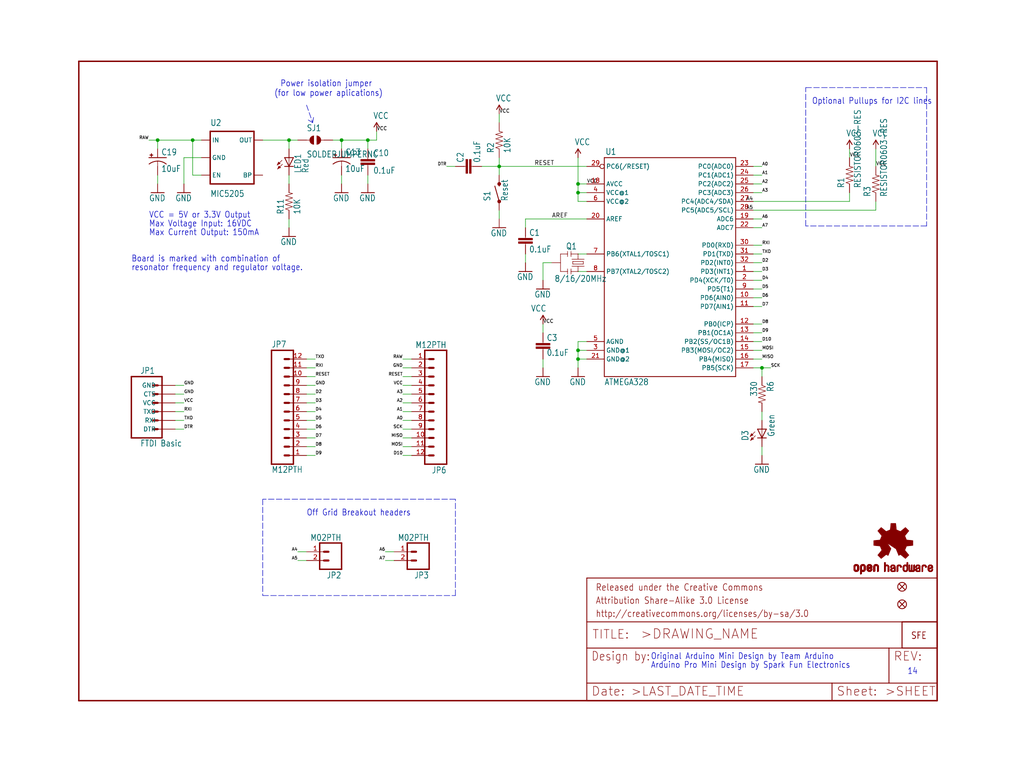
<source format=kicad_sch>
(kicad_sch (version 20211123) (generator eeschema)
  (paper "User" 297.002 223.926)
  (lib_symbols
    (symbol "Arduino-Pro-Mini-eagle-import:3.3V" (power)
      (property "Value" "3.3V" (at -1.016 3.556 0))
      (symbol "3.3V_1_0"
        (pin power_in line (at 0 0 90) (length 2.54) (name "3.3V") (number "1"))
      )
    )
    (symbol "Arduino-Pro-Mini-eagle-import:ARDUINO_SERIAL_PROGRAMPTH"
      (property "Reference" "JP" (at -5.08 10.922 0))
      (property "Value" "ARDUINO_SERIAL_PROGRAMPTH" (at -5.08 -10.16 0))
      (symbol "ARDUINO_SERIAL_PROGRAMPTH_1_0"
        (pin passive line (at 5.08 -5.08 180) (length 5.08) (name "DTR") (number "1"))
        (pin passive line (at 5.08 -2.54 180) (length 5.08) (name "RXI") (number "2"))
        (pin passive line (at 5.08 0 180) (length 5.08) (name "TXO") (number "3"))
        (pin passive line (at 5.08 2.54 180) (length 5.08) (name "VCC") (number "4"))
        (pin passive line (at 5.08 5.08 180) (length 5.08) (name "CTS") (number "5"))
        (pin passive line (at 5.08 7.62 180) (length 5.08) (name "GND") (number "6"))
      )
    )
    (symbol "Arduino-Pro-Mini-eagle-import:ATMEGA168"
      (property "Reference" "U" (at -17.78 -38.1 0))
      (property "Value" "ATMEGA168" (at -17.78 28.448 0))
      (symbol "ATMEGA168_1_0"
        (pin bidirectional line (at 25.4 -5.08 180) (length 5.08) (name "PD3(INT1)") (number "1"))
        (pin bidirectional line (at 25.4 -12.7 180) (length 5.08) (name "PD6(AIN0)") (number "10"))
        (pin bidirectional line (at 25.4 -15.24 180) (length 5.08) (name "PD7(AIN1)") (number "11"))
        (pin bidirectional line (at 25.4 -20.32 180) (length 5.08) (name "PB0(ICP)") (number "12"))
        (pin bidirectional line (at 25.4 -22.86 180) (length 5.08) (name "PB1(OC1A)") (number "13"))
        (pin bidirectional line (at 25.4 -25.4 180) (length 5.08) (name "PB2(SS/OC1B)") (number "14"))
        (pin bidirectional line (at 25.4 -27.94 180) (length 5.08) (name "PB3(MOSI/OC2)") (number "15"))
        (pin bidirectional line (at 25.4 -30.48 180) (length 5.08) (name "PB4(MISO)") (number "16"))
        (pin bidirectional line (at 25.4 -33.02 180) (length 5.08) (name "PB5(SCK)") (number "17"))
        (pin bidirectional line (at -22.86 20.32 0) (length 5.08) (name "AVCC") (number "18"))
        (pin bidirectional line (at 25.4 10.16 180) (length 5.08) (name "ADC6") (number "19"))
        (pin bidirectional line (at 25.4 -7.62 180) (length 5.08) (name "PD4(XCK/T0)") (number "2"))
        (pin bidirectional line (at -22.86 10.16 0) (length 5.08) (name "AREF") (number "20"))
        (pin bidirectional line (at -22.86 -30.48 0) (length 5.08) (name "GND@2") (number "21"))
        (pin bidirectional line (at 25.4 7.62 180) (length 5.08) (name "ADC7") (number "22"))
        (pin bidirectional line (at 25.4 25.4 180) (length 5.08) (name "PC0(ADC0)") (number "23"))
        (pin bidirectional line (at 25.4 22.86 180) (length 5.08) (name "PC1(ADC1)") (number "24"))
        (pin bidirectional line (at 25.4 20.32 180) (length 5.08) (name "PC2(ADC2)") (number "25"))
        (pin bidirectional line (at 25.4 17.78 180) (length 5.08) (name "PC3(ADC3)") (number "26"))
        (pin bidirectional line (at 25.4 15.24 180) (length 5.08) (name "PC4(ADC4/SDA)") (number "27"))
        (pin bidirectional line (at 25.4 12.7 180) (length 5.08) (name "PC5(ADC5/SCL)") (number "28"))
        (pin bidirectional inverted (at -22.86 25.4 0) (length 5.08) (name "PC6(/RESET)") (number "29"))
        (pin bidirectional line (at -22.86 -27.94 0) (length 5.08) (name "GND@1") (number "3"))
        (pin bidirectional line (at 25.4 2.54 180) (length 5.08) (name "PD0(RXD)") (number "30"))
        (pin bidirectional line (at 25.4 0 180) (length 5.08) (name "PD1(TXD)") (number "31"))
        (pin bidirectional line (at 25.4 -2.54 180) (length 5.08) (name "PD2(INT0)") (number "32"))
        (pin bidirectional line (at -22.86 17.78 0) (length 5.08) (name "VCC@1") (number "4"))
        (pin bidirectional line (at -22.86 -25.4 0) (length 5.08) (name "AGND") (number "5"))
        (pin bidirectional line (at -22.86 15.24 0) (length 5.08) (name "VCC@2") (number "6"))
        (pin bidirectional line (at -22.86 0 0) (length 5.08) (name "PB6(XTAL1/TOSC1)") (number "7"))
        (pin bidirectional line (at -22.86 -5.08 0) (length 5.08) (name "PB7(XTAL2/TOSC2)") (number "8"))
        (pin bidirectional line (at 25.4 -10.16 180) (length 5.08) (name "PD5(T1)") (number "9"))
      )
    )
    (symbol "Arduino-Pro-Mini-eagle-import:CAP0603-CAP"
      (property "Reference" "C" (at 1.524 2.921 0))
      (property "Value" "CAP0603-CAP" (at 1.524 -2.159 0))
      (symbol "CAP0603-CAP_1_0"
        (pin passive line (at 0 5.08 270) (length 2.54) (name "1") (number "1"))
        (pin passive line (at 0 -2.54 90) (length 2.54) (name "2") (number "2"))
      )
    )
    (symbol "Arduino-Pro-Mini-eagle-import:CAP_POL1206"
      (property "Reference" "C" (at 1.016 0.635 0))
      (property "Value" "CAP_POL1206" (at 1.016 -4.191 0))
      (symbol "CAP_POL1206_1_0"
        (pin passive line (at 0 2.54 270) (length 2.54) (name "+") (number "A"))
        (pin passive line (at 0 -5.08 90) (length 2.54) (name "-") (number "C"))
      )
    )
    (symbol "Arduino-Pro-Mini-eagle-import:FIDUCIALUFIDUCIAL")
    (symbol "Arduino-Pro-Mini-eagle-import:FRAME-LETTER"
      (symbol "FRAME-LETTER_2_0"
        (text ">DRAWING_NAME" (at 15.494 17.78 0) (effects (font (size 2.7432 2.7432)) (justify left bottom)))
        (text ">LAST_DATE_TIME" (at 12.7 1.27 0) (effects (font (size 2.54 2.54)) (justify left bottom)))
        (text ">SHEET" (at 86.36 1.27 0) (effects (font (size 2.54 2.54)) (justify left bottom)))
        (text "Attribution Share-Alike 3.0 License" (at 2.54 27.94 0) (effects (font (size 1.9304 1.6408)) (justify left bottom)))
        (text "Date:" (at 1.27 1.27 0) (effects (font (size 2.54 2.54)) (justify left bottom)))
        (text "Design by:" (at 1.27 11.43 0) (effects (font (size 2.54 2.159)) (justify left bottom)))
        (text "http://creativecommons.org/licenses/by-sa/3.0" (at 2.54 24.13 0) (effects (font (size 1.9304 1.6408)) (justify left bottom)))
        (text "Released under the Creative Commons" (at 2.54 31.75 0) (effects (font (size 1.9304 1.6408)) (justify left bottom)))
        (text "REV:" (at 88.9 11.43 0) (effects (font (size 2.54 2.54)) (justify left bottom)))
        (text "Sheet:" (at 72.39 1.27 0) (effects (font (size 2.54 2.54)) (justify left bottom)))
        (text "TITLE:" (at 1.524 17.78 0) (effects (font (size 2.54 2.54)) (justify left bottom)))
      )
    )
    (symbol "Arduino-Pro-Mini-eagle-import:GND" (power)
      (property "Value" "GND" (at -2.54 -2.54 0))
      (symbol "GND_1_0"
        (pin power_in line (at 0 2.54 270) (length 2.54) (name "GND") (number "1"))
      )
    )
    (symbol "Arduino-Pro-Mini-eagle-import:LED"
      (property "Reference" "LED" (at 3.556 -4.572 90))
      (property "Value" "LED" (at 5.715 -4.572 90))
      (symbol "LED_1_0"
        (pin passive line (at 0 2.54 270) (length 2.54) (name "A") (number "A"))
        (pin passive line (at 0 -5.08 90) (length 2.54) (name "C") (number "C"))
      )
    )
    (symbol "Arduino-Pro-Mini-eagle-import:LOGO-SFENEW"
      (symbol "LOGO-SFENEW_1_0"
        (text "SFE" (at 0 0 0) (effects (font (size 1.9304 1.6408)) (justify left bottom)))
      )
    )
    (symbol "Arduino-Pro-Mini-eagle-import:LOGO-SFESK"
      (symbol "LOGO-SFESK_1_0"
        (text "SFE" (at 0 0 0) (effects (font (size 1.9304 1.6408)) (justify left bottom)))
      )
    )
    (symbol "Arduino-Pro-Mini-eagle-import:M02PTH"
      (property "Reference" "JP" (at -2.54 5.842 0))
      (property "Value" "M02PTH" (at -2.54 -5.08 0))
      (symbol "M02PTH_1_0"
        (pin passive line (at 7.62 0 180) (length 5.08) (name "1") (number "1"))
        (pin passive line (at 7.62 2.54 180) (length 5.08) (name "2") (number "2"))
      )
    )
    (symbol "Arduino-Pro-Mini-eagle-import:M12PTH"
      (property "Reference" "JP" (at 0 16.002 0))
      (property "Value" "M12PTH" (at 0 -20.32 0))
      (symbol "M12PTH_1_0"
        (pin passive line (at 10.16 -15.24 180) (length 5.08) (name "1") (number "1"))
        (pin passive line (at 10.16 7.62 180) (length 5.08) (name "10") (number "10"))
        (pin passive line (at 10.16 10.16 180) (length 5.08) (name "11") (number "11"))
        (pin passive line (at 10.16 12.7 180) (length 5.08) (name "12") (number "12"))
        (pin passive line (at 10.16 -12.7 180) (length 5.08) (name "2") (number "2"))
        (pin passive line (at 10.16 -10.16 180) (length 5.08) (name "3") (number "3"))
        (pin passive line (at 10.16 -7.62 180) (length 5.08) (name "4") (number "4"))
        (pin passive line (at 10.16 -5.08 180) (length 5.08) (name "5") (number "5"))
        (pin passive line (at 10.16 -2.54 180) (length 5.08) (name "6") (number "6"))
        (pin passive line (at 10.16 0 180) (length 5.08) (name "7") (number "7"))
        (pin passive line (at 10.16 2.54 180) (length 5.08) (name "8") (number "8"))
        (pin passive line (at 10.16 5.08 180) (length 5.08) (name "9") (number "9"))
      )
    )
    (symbol "Arduino-Pro-Mini-eagle-import:OSHW-LOGOS")
    (symbol "Arduino-Pro-Mini-eagle-import:RESISTOR0603-RES"
      (property "Reference" "R" (at -3.81 1.4986 0))
      (property "Value" "RESISTOR0603-RES" (at -3.81 -3.302 0))
      (symbol "RESISTOR0603-RES_1_0"
        (pin passive line (at -5.08 0 0) (length 2.54) (name "1") (number "1"))
        (pin passive line (at 5.08 0 180) (length 2.54) (name "2") (number "2"))
      )
    )
    (symbol "Arduino-Pro-Mini-eagle-import:RESONATOR1{colon}1"
      (property "Reference" "Y" (at 2.54 1.016 0))
      (property "Value" "RESONATOR1{colon}1" (at 2.54 -7.62 0))
      (symbol "RESONATOR1{colon}1_1_0"
        (pin passive line (at -2.54 0 0) (length 0) (name "1") (number "1"))
        (pin passive line (at 0 -7.62 90) (length 0) (name "2") (number "2"))
        (pin passive line (at 2.54 0 180) (length 0) (name "3") (number "3"))
      )
    )
    (symbol "Arduino-Pro-Mini-eagle-import:SOLDERJUMPERNC"
      (property "Reference" "SJ" (at -2.54 2.54 0))
      (property "Value" "SOLDERJUMPERNC" (at -2.54 -5.08 0))
      (symbol "SOLDERJUMPERNC_1_0"
        (pin passive line (at -5.08 0 0) (length 2.54) (name "1") (number "1"))
        (pin passive line (at 5.08 0 180) (length 2.54) (name "2") (number "2"))
      )
    )
    (symbol "Arduino-Pro-Mini-eagle-import:SWITCH-MOMENTARY-2SMD-ALT01"
      (property "Reference" "S" (at -2.54 2.54 0))
      (property "Value" "SWITCH-MOMENTARY-2SMD-ALT01" (at -2.54 -2.54 0))
      (symbol "SWITCH-MOMENTARY-2SMD-ALT01_1_0"
        (pin passive line (at -5.08 0 0) (length 2.54) (name "1") (number "1"))
        (pin passive line (at -5.08 0 0) (length 2.54) (name "1") (number "2"))
        (pin passive line (at 5.08 0 180) (length 2.54) (name "2") (number "3"))
        (pin passive line (at 5.08 0 180) (length 2.54) (name "2") (number "4"))
      )
    )
    (symbol "Arduino-Pro-Mini-eagle-import:V_REG_LDOSMD"
      (property "Reference" "U" (at -7.62 9.144 0))
      (property "Value" "V_REG_LDOSMD" (at -7.62 -11.43 0))
      (symbol "V_REG_LDOSMD_1_0"
        (pin input line (at -10.16 5.08 0) (length 2.54) (name "IN") (number "1"))
        (pin input line (at -10.16 0 0) (length 2.54) (name "GND") (number "2"))
        (pin input line (at -10.16 -5.08 0) (length 2.54) (name "EN") (number "3"))
        (pin input line (at 7.62 -5.08 180) (length 2.54) (name "BP") (number "4"))
        (pin passive line (at 7.62 5.08 180) (length 2.54) (name "OUT") (number "5"))
      )
    )
  )
  (junction (at 167.64 55.88))
  (junction (at 167.64 101.6))
  (junction (at 106.68 40.64))
  (junction (at 144.78 48.26))
  (junction (at 83.82 40.64))
  (junction (at 45.72 40.64))
  (junction (at 220.98 106.68))
  (junction (at 99.06 40.64))
  (junction (at 55.88 40.64))
  (junction (at 167.64 104.14))
  (junction (at 167.64 53.34))
  (wire (pts (xy 218.44 58.42) (xy 246.38 58.42)))
  (wire (pts (xy 88.9 124.46) (xy 91.44 124.46)))
  (wire (pts (xy 170.18 101.6) (xy 167.64 101.6)))
  (polyline (pts (xy 76.2 144.78) (xy 76.2 172.72)))
  (wire (pts (xy 50.8 119.38) (xy 53.34 119.38)))
  (wire (pts (xy 83.82 40.64) (xy 86.36 40.64)))
  (wire (pts (xy 109.22 40.64) (xy 106.68 40.64)))
  (wire (pts (xy 246.38 45.72) (xy 246.38 43.18)))
  (wire (pts (xy 58.42 45.72) (xy 53.34 45.72)))
  (polyline (pts (xy 90.678 35.56) (xy 90.932 34.036)))
  (wire (pts (xy 119.38 119.38) (xy 116.84 119.38)))
  (wire (pts (xy 157.48 81.28) (xy 157.48 76.2)))
  (wire (pts (xy 170.18 58.42) (xy 167.64 58.42)))
  (polyline (pts (xy 132.08 144.78) (xy 76.2 144.78)))
  (wire (pts (xy 88.9 109.22) (xy 91.44 109.22)))
  (wire (pts (xy 106.68 43.18) (xy 106.68 40.64)))
  (wire (pts (xy 88.9 111.76) (xy 91.44 111.76)))
  (wire (pts (xy 83.82 63.5) (xy 83.82 66.04)))
  (wire (pts (xy 106.68 40.64) (xy 99.06 40.64)))
  (wire (pts (xy 119.38 124.46) (xy 116.84 124.46)))
  (wire (pts (xy 132.08 48.26) (xy 129.54 48.26)))
  (wire (pts (xy 119.38 109.22) (xy 116.84 109.22)))
  (wire (pts (xy 246.38 58.42) (xy 246.38 55.88)))
  (wire (pts (xy 45.72 43.18) (xy 45.72 40.64)))
  (wire (pts (xy 119.38 114.3) (xy 116.84 114.3)))
  (wire (pts (xy 167.64 73.66) (xy 170.18 73.66)))
  (wire (pts (xy 50.8 116.84) (xy 53.34 116.84)))
  (wire (pts (xy 83.82 43.18) (xy 83.82 40.64)))
  (polyline (pts (xy 268.732 25.4) (xy 268.732 65.532)))
  (wire (pts (xy 119.38 121.92) (xy 116.84 121.92)))
  (polyline (pts (xy 90.678 35.56) (xy 89.408 34.798)))
  (wire (pts (xy 167.64 58.42) (xy 167.64 55.88)))
  (wire (pts (xy 88.9 121.92) (xy 91.44 121.92)))
  (wire (pts (xy 58.42 50.8) (xy 55.88 50.8)))
  (wire (pts (xy 218.44 63.5) (xy 220.98 63.5)))
  (wire (pts (xy 50.8 124.46) (xy 53.34 124.46)))
  (wire (pts (xy 218.44 101.6) (xy 220.98 101.6)))
  (wire (pts (xy 218.44 93.98) (xy 220.98 93.98)))
  (wire (pts (xy 50.8 114.3) (xy 53.34 114.3)))
  (wire (pts (xy 99.06 53.34) (xy 99.06 50.8)))
  (wire (pts (xy 88.9 132.08) (xy 91.44 132.08)))
  (wire (pts (xy 167.64 53.34) (xy 167.64 45.72)))
  (wire (pts (xy 170.18 63.5) (xy 152.4 63.5)))
  (wire (pts (xy 218.44 78.74) (xy 220.98 78.74)))
  (wire (pts (xy 220.98 119.38) (xy 220.98 121.92)))
  (wire (pts (xy 218.44 50.8) (xy 220.98 50.8)))
  (wire (pts (xy 218.44 81.28) (xy 220.98 81.28)))
  (wire (pts (xy 88.9 119.38) (xy 91.44 119.38)))
  (wire (pts (xy 170.18 48.26) (xy 144.78 48.26)))
  (wire (pts (xy 50.8 111.76) (xy 53.34 111.76)))
  (wire (pts (xy 167.64 78.74) (xy 170.18 78.74)))
  (wire (pts (xy 45.72 40.64) (xy 55.88 40.64)))
  (wire (pts (xy 152.4 63.5) (xy 152.4 66.04)))
  (wire (pts (xy 50.8 121.92) (xy 53.34 121.92)))
  (polyline (pts (xy 88.9 30.48) (xy 90.678 35.56)))
  (wire (pts (xy 218.44 83.82) (xy 220.98 83.82)))
  (wire (pts (xy 99.06 43.18) (xy 99.06 40.64)))
  (wire (pts (xy 119.38 132.08) (xy 116.84 132.08)))
  (wire (pts (xy 109.22 38.1) (xy 109.22 40.64)))
  (wire (pts (xy 88.9 160.02) (xy 86.36 160.02)))
  (wire (pts (xy 167.64 101.6) (xy 167.64 104.14)))
  (wire (pts (xy 114.3 162.56) (xy 111.76 162.56)))
  (wire (pts (xy 45.72 53.34) (xy 45.72 50.8)))
  (wire (pts (xy 88.9 162.56) (xy 86.36 162.56)))
  (wire (pts (xy 170.18 55.88) (xy 167.64 55.88)))
  (wire (pts (xy 55.88 40.64) (xy 58.42 40.64)))
  (wire (pts (xy 88.9 114.3) (xy 91.44 114.3)))
  (wire (pts (xy 218.44 71.12) (xy 220.98 71.12)))
  (wire (pts (xy 170.18 104.14) (xy 167.64 104.14)))
  (wire (pts (xy 170.18 53.34) (xy 167.64 53.34)))
  (wire (pts (xy 88.9 106.68) (xy 91.44 106.68)))
  (wire (pts (xy 218.44 53.34) (xy 220.98 53.34)))
  (wire (pts (xy 55.88 50.8) (xy 55.88 40.64)))
  (wire (pts (xy 119.38 116.84) (xy 116.84 116.84)))
  (wire (pts (xy 218.44 48.26) (xy 220.98 48.26)))
  (polyline (pts (xy 76.2 172.72) (xy 132.08 172.72)))
  (wire (pts (xy 119.38 127) (xy 116.84 127)))
  (wire (pts (xy 218.44 55.88) (xy 220.98 55.88)))
  (wire (pts (xy 99.06 40.64) (xy 96.52 40.64)))
  (wire (pts (xy 218.44 86.36) (xy 220.98 86.36)))
  (wire (pts (xy 114.3 160.02) (xy 111.76 160.02)))
  (polyline (pts (xy 132.08 172.72) (xy 132.08 144.78)))
  (wire (pts (xy 218.44 73.66) (xy 220.98 73.66)))
  (wire (pts (xy 88.9 104.14) (xy 91.44 104.14)))
  (wire (pts (xy 220.98 132.08) (xy 220.98 129.54)))
  (wire (pts (xy 167.64 99.06) (xy 167.64 101.6)))
  (wire (pts (xy 88.9 127) (xy 91.44 127)))
  (wire (pts (xy 119.38 129.54) (xy 116.84 129.54)))
  (wire (pts (xy 218.44 66.04) (xy 220.98 66.04)))
  (wire (pts (xy 157.48 93.98) (xy 157.48 96.52)))
  (wire (pts (xy 218.44 104.14) (xy 220.98 104.14)))
  (wire (pts (xy 144.78 45.72) (xy 144.78 48.26)))
  (wire (pts (xy 88.9 129.54) (xy 91.44 129.54)))
  (wire (pts (xy 45.72 40.64) (xy 43.18 40.64)))
  (wire (pts (xy 76.2 40.64) (xy 83.82 40.64)))
  (polyline (pts (xy 233.68 25.4) (xy 268.732 25.4)))
  (wire (pts (xy 220.98 106.68) (xy 223.52 106.68)))
  (wire (pts (xy 218.44 88.9) (xy 220.98 88.9)))
  (wire (pts (xy 218.44 76.2) (xy 220.98 76.2)))
  (wire (pts (xy 152.4 76.2) (xy 152.4 73.66)))
  (wire (pts (xy 119.38 104.14) (xy 116.84 104.14)))
  (wire (pts (xy 144.78 48.26) (xy 139.7 48.26)))
  (wire (pts (xy 167.64 104.14) (xy 167.64 106.68)))
  (wire (pts (xy 144.78 60.96) (xy 144.78 63.5)))
  (wire (pts (xy 119.38 106.68) (xy 116.84 106.68)))
  (wire (pts (xy 254 60.96) (xy 254 58.42)))
  (wire (pts (xy 167.64 55.88) (xy 167.64 53.34)))
  (wire (pts (xy 144.78 33.02) (xy 144.78 35.56)))
  (wire (pts (xy 119.38 111.76) (xy 116.84 111.76)))
  (polyline (pts (xy 233.68 65.532) (xy 233.68 25.4)))
  (wire (pts (xy 170.18 99.06) (xy 167.64 99.06)))
  (wire (pts (xy 157.48 106.68) (xy 157.48 104.14)))
  (wire (pts (xy 144.78 50.8) (xy 144.78 48.26)))
  (wire (pts (xy 254 48.26) (xy 254 43.18)))
  (wire (pts (xy 220.98 106.68) (xy 220.98 109.22)))
  (wire (pts (xy 157.48 76.2) (xy 160.02 76.2)))
  (wire (pts (xy 218.44 106.68) (xy 220.98 106.68)))
  (wire (pts (xy 218.44 60.96) (xy 254 60.96)))
  (wire (pts (xy 106.68 53.34) (xy 106.68 50.8)))
  (wire (pts (xy 218.44 96.52) (xy 220.98 96.52)))
  (wire (pts (xy 88.9 116.84) (xy 91.44 116.84)))
  (polyline (pts (xy 268.732 65.532) (xy 233.68 65.532)))
  (wire (pts (xy 218.44 99.06) (xy 220.98 99.06)))
  (wire (pts (xy 83.82 50.8) (xy 83.82 53.34)))
  (wire (pts (xy 53.34 45.72) (xy 53.34 53.34)))
  (text "Arduino Pro Mini Design by Spark Fun Electronics" (at 188.722 194.056 180) (effects (font (size 1.778 1.5113)) (justify left bottom)))
  (text "Off Grid Breakout headers" (at 88.9 149.86 180) (effects (font (size 1.778 1.5113)) (justify left bottom)))
  (text "VCC = 5V or 3.3V Output" (at 43.18 63.5 180) (effects (font (size 1.778 1.5113)) (justify left bottom)))
  (text "Board is marked with combination of" (at 38.1 76.2 180) (effects (font (size 1.778 1.5113)) (justify left bottom)))
  (text "Original Arduino Mini Design by Team Arduino" (at 188.722 191.516 180) (effects (font (size 1.778 1.5113)) (justify left bottom)))
  (text "Max Current Output: 150mA" (at 43.18 68.58 180) (effects (font (size 1.778 1.5113)) (justify left bottom)))
  (text "14" (at 263.144 195.834 180) (effects (font (size 1.778 1.5113)) (justify left bottom)))
  (text "Power isolation jumper" (at 81.28 25.4 180) (effects (font (size 1.778 1.5113)) (justify left bottom)))
  (text "Optional Pullups for I2C lines" (at 235.458 30.48 180) (effects (font (size 1.778 1.5113)) (justify left bottom)))
  (text "resonator frequency and regulator voltage." (at 38.1 78.74 180) (effects (font (size 1.778 1.5113)) (justify left bottom)))
  (text "Max Voltage Input: 16VDC" (at 43.18 66.04 180) (effects (font (size 1.778 1.5113)) (justify left bottom)))
  (text "(for low power aplications)" (at 79.502 28.194 180) (effects (font (size 1.778 1.5113)) (justify left bottom)))
  (label "D5" (at 91.44 121.92 0) (effects (font (size 0.889 0.889))))
  (label "A3" (at 220.98 55.88 0) (effects (font (size 0.889 0.889))))
  (label "D10" (at 220.98 99.06 0) (effects (font (size 0.889 0.889))))
  (label "RXI" (at 220.98 71.12 0) (effects (font (size 0.889 0.889))))
  (label "VCC" (at 144.78 33.02 0) (effects (font (size 1.016 1.016))))
  (label "DTR" (at 53.34 124.46 0) (effects (font (size 0.889 0.889))))
  (label "D3" (at 220.98 78.74 0) (effects (font (size 0.889 0.889))))
  (label "VCC" (at 109.22 38.1 0) (effects (font (size 1.016 1.016))))
  (label "D4" (at 91.44 119.38 0) (effects (font (size 0.889 0.889))))
  (label "A2" (at 116.84 116.84 180) (effects (font (size 0.889 0.889))))
  (label "A6" (at 220.98 63.5 0) (effects (font (size 0.889 0.889))))
  (label "GND" (at 91.44 111.76 0) (effects (font (size 0.889 0.889))))
  (label "GND" (at 53.34 114.3 0) (effects (font (size 0.889 0.889))))
  (label "A5" (at 218.44 60.96 180) (effects (font (size 1.016 1.016))))
  (label "VCC" (at 246.38 45.72 0) (effects (font (size 1.016 1.016))))
  (label "A1" (at 116.84 119.38 180) (effects (font (size 0.889 0.889))))
  (label "SCK" (at 116.84 124.46 180) (effects (font (size 0.889 0.889))))
  (label "D6" (at 220.98 86.36 0) (effects (font (size 0.889 0.889))))
  (label "RXI" (at 53.34 119.38 0) (effects (font (size 0.889 0.889))))
  (label "MOSI" (at 220.98 101.6 0) (effects (font (size 0.889 0.889))))
  (label "A4" (at 86.36 160.02 180) (effects (font (size 0.889 0.889))))
  (label "D3" (at 91.44 116.84 0) (effects (font (size 0.889 0.889))))
  (label "A0" (at 220.98 48.26 0) (effects (font (size 0.889 0.889))))
  (label "SCK" (at 223.52 106.68 0) (effects (font (size 0.889 0.889))))
  (label "D10" (at 116.84 132.08 180) (effects (font (size 0.889 0.889))))
  (label "GND" (at 53.34 111.76 0) (effects (font (size 0.889 0.889))))
  (label "A7" (at 220.98 66.04 0) (effects (font (size 0.889 0.889))))
  (label "D9" (at 91.44 132.08 0) (effects (font (size 0.889 0.889))))
  (label "MOSI" (at 116.84 129.54 180) (effects (font (size 0.889 0.889))))
  (label "D7" (at 91.44 127 0) (effects (font (size 0.889 0.889))))
  (label "RXI" (at 91.44 106.68 0) (effects (font (size 0.889 0.889))))
  (label "TXO" (at 53.34 121.92 0) (effects (font (size 0.889 0.889))))
  (label "A3" (at 116.84 114.3 180) (effects (font (size 0.889 0.889))))
  (label "D5" (at 220.98 83.82 0) (effects (font (size 0.889 0.889))))
  (label "A0" (at 116.84 121.92 180) (effects (font (size 0.889 0.889))))
  (label "TXO" (at 91.44 104.14 0) (effects (font (size 0.889 0.889))))
  (label "VCC" (at 254 48.26 0) (effects (font (size 1.016 1.016))))
  (label "VCC" (at 157.48 93.98 0) (effects (font (size 1.016 1.016))))
  (label "VCC" (at 53.34 116.84 0) (effects (font (size 0.889 0.889))))
  (label "TXO" (at 220.98 73.66 0) (effects (font (size 0.889 0.889))))
  (label "A2" (at 220.98 53.34 0) (effects (font (size 0.889 0.889))))
  (label "A5" (at 86.36 162.56 180) (effects (font (size 0.889 0.889))))
  (label "RAW" (at 43.18 40.64 180) (effects (font (size 0.889 0.889))))
  (label "A6" (at 111.76 160.02 180) (effects (font (size 0.889 0.889))))
  (label "D9" (at 220.98 96.52 0) (effects (font (size 0.889 0.889))))
  (label "A1" (at 220.98 50.8 0) (effects (font (size 0.889 0.889))))
  (label "RESET" (at 91.44 109.22 0) (effects (font (size 0.889 0.889))))
  (label "D7" (at 220.98 88.9 0) (effects (font (size 0.889 0.889))))
  (label "D8" (at 220.98 93.98 0) (effects (font (size 0.889 0.889))))
  (label "MISO" (at 220.98 104.14 0) (effects (font (size 0.889 0.889))))
  (label "D6" (at 91.44 124.46 0) (effects (font (size 0.889 0.889))))
  (label "VCC" (at 116.84 111.76 180) (effects (font (size 0.889 0.889))))
  (label "AREF" (at 160.02 63.5 0) (effects (font (size 1.2446 1.2446))))
  (label "RESET" (at 154.94 48.26 0) (effects (font (size 1.2446 1.2446))))
  (label "RESET" (at 116.84 109.22 180) (effects (font (size 0.889 0.889))))
  (label "DTR" (at 129.54 48.26 180) (effects (font (size 0.889 0.889))))
  (label "MISO" (at 116.84 127 180) (effects (font (size 0.889 0.889))))
  (label "GND" (at 116.84 106.68 180) (effects (font (size 0.889 0.889))))
  (label "VCC" (at 170.18 53.34 0) (effects (font (size 1.016 1.016))))
  (label "A4" (at 218.44 58.42 180) (effects (font (size 1.016 1.016))))
  (label "D4" (at 220.98 81.28 0) (effects (font (size 0.889 0.889))))
  (label "D2" (at 91.44 114.3 0) (effects (font (size 0.889 0.889))))
  (label "RAW" (at 116.84 104.14 180) (effects (font (size 0.889 0.889))))
  (label "A7" (at 111.76 162.56 180) (effects (font (size 0.889 0.889))))
  (label "D8" (at 91.44 129.54 0) (effects (font (size 0.889 0.889))))
  (label "D2" (at 220.98 76.2 0) (effects (font (size 0.889 0.889))))
  (symbol (lib_id "Arduino-Pro-Mini-eagle-import:GND") (at 99.06 55.88 0) (unit 1)
    (property "Reference" "#GND25" (effects hide))
    (property "Value" "GND" (at 96.52 58.42 0) (effects (font (size 1.778 1.5113)) (justify left bottom)))
    (property "Footprint" "Arduino-Pro-Mini:" (effects hide))
  )
  (symbol (lib_id "Arduino-Pro-Mini-eagle-import:RESISTOR0603-RES") (at 83.82 58.42 90) (unit 1)
    (property "Reference" "R11" (at 82.3214 62.23 0) (effects (font (size 1.778 1.5113)) (justify left bottom)))
    (property "Value" "10K" (at 87.122 62.23 0) (effects (font (size 1.778 1.5113)) (justify left bottom)))
    (property "Footprint" "Arduino-Pro-Mini:0603-RES" (effects hide))
  )
  (symbol (lib_id "Arduino-Pro-Mini-eagle-import:CAP0603-CAP") (at 134.62 48.26 270) (unit 1)
    (property "Reference" "C2" (at 134.493 47.244 0) (effects (font (size 1.778 1.5113)) (justify right top)))
    (property "Value" "0.1uF" (at 139.319 47.244 0) (effects (font (size 1.778 1.5113)) (justify right top)))
    (property "Footprint" "Arduino-Pro-Mini:0603-CAP" (effects hide))
  )
  (symbol (lib_id "Arduino-Pro-Mini-eagle-import:GND") (at 53.34 55.88 0) (unit 1)
    (property "Reference" "#GND30" (effects hide))
    (property "Value" "GND" (at 50.8 58.42 0) (effects (font (size 1.778 1.5113)) (justify left bottom)))
    (property "Footprint" "Arduino-Pro-Mini:" (effects hide))
  )
  (symbol (lib_id "Arduino-Pro-Mini-eagle-import:RESONATOR1{colon}1") (at 167.64 76.2 270) (unit 1)
    (property "Reference" "Q1" (at 164.084 72.39 90) (effects (font (size 1.778 1.5113)) (justify left bottom)))
    (property "Value" "8/16/20MHz" (at 160.782 81.788 90) (effects (font (size 1.778 1.5113)) (justify left bottom)))
    (property "Footprint" "Arduino-Pro-Mini:RESONATOR-SMD-1_1" (effects hide))
  )
  (symbol (lib_id "Arduino-Pro-Mini-eagle-import:GND") (at 45.72 55.88 0) (unit 1)
    (property "Reference" "#GND32" (effects hide))
    (property "Value" "GND" (at 43.18 58.42 0) (effects (font (size 1.778 1.5113)) (justify left bottom)))
    (property "Footprint" "Arduino-Pro-Mini:" (effects hide))
  )
  (symbol (lib_id "Arduino-Pro-Mini-eagle-import:SWITCH-MOMENTARY-2SMD-ALT01") (at 144.78 55.88 90) (unit 1)
    (property "Reference" "S1" (at 142.24 58.42 0) (effects (font (size 1.778 1.5113)) (justify left bottom)))
    (property "Value" "Reset" (at 147.32 58.42 0) (effects (font (size 1.778 1.5113)) (justify left bottom)))
    (property "Footprint" "Arduino-Pro-Mini:TACTILE-SWITCH-SMD-ALT01" (effects hide))
  )
  (symbol (lib_id "Arduino-Pro-Mini-eagle-import:3.3V") (at 167.64 45.72 0) (unit 1)
    (property "Reference" "#P+1" (effects hide))
    (property "Value" "VCC" (at 166.624 42.164 0) (effects (font (size 1.778 1.5113)) (justify left bottom)))
    (property "Footprint" "Arduino-Pro-Mini:" (effects hide))
  )
  (symbol (lib_id "Arduino-Pro-Mini-eagle-import:RESISTOR0603-RES") (at 246.38 50.8 90) (unit 1)
    (property "Reference" "R1" (at 244.8814 54.61 0) (effects (font (size 1.778 1.5113)) (justify left bottom)))
    (property "Value" "RESISTOR0603-RES" (at 249.682 54.61 0) (effects (font (size 1.778 1.5113)) (justify left bottom)))
    (property "Footprint" "Arduino-Pro-Mini:0603-RES" (effects hide))
  )
  (symbol (lib_id "Arduino-Pro-Mini-eagle-import:CAP_POL1206") (at 45.72 45.72 0) (unit 1)
    (property "Reference" "C19" (at 46.736 45.085 0) (effects (font (size 1.778 1.5113)) (justify left bottom)))
    (property "Value" "10uF" (at 46.736 49.911 0) (effects (font (size 1.778 1.5113)) (justify left bottom)))
    (property "Footprint" "Arduino-Pro-Mini:EIA3216" (effects hide))
  )
  (symbol (lib_id "Arduino-Pro-Mini-eagle-import:LED") (at 220.98 124.46 0) (unit 1)
    (property "Reference" "D3" (at 215.138 124.714 90) (effects (font (size 1.778 1.5113)) (justify right top)))
    (property "Value" "Green" (at 224.663 126.746 90) (effects (font (size 1.778 1.5113)) (justify left bottom)))
    (property "Footprint" "Arduino-Pro-Mini:0603-LED-ALT1" (effects hide))
  )
  (symbol (lib_id "Arduino-Pro-Mini-eagle-import:GND") (at 106.68 55.88 0) (unit 1)
    (property "Reference" "#GND26" (effects hide))
    (property "Value" "GND" (at 104.14 58.42 0) (effects (font (size 1.778 1.5113)) (justify left bottom)))
    (property "Footprint" "Arduino-Pro-Mini:" (effects hide))
  )
  (symbol (lib_id "Arduino-Pro-Mini-eagle-import:RESISTOR0603-RES") (at 254 53.34 90) (unit 1)
    (property "Reference" "R3" (at 252.5014 57.15 0) (effects (font (size 1.778 1.5113)) (justify left bottom)))
    (property "Value" "RESISTOR0603-RES" (at 257.302 57.15 0) (effects (font (size 1.778 1.5113)) (justify left bottom)))
    (property "Footprint" "Arduino-Pro-Mini:0603-RES" (effects hide))
  )
  (symbol (lib_id "Arduino-Pro-Mini-eagle-import:3.3V") (at 246.38 43.18 0) (unit 1)
    (property "Reference" "#P+2" (effects hide))
    (property "Value" "VCC" (at 245.364 39.624 0) (effects (font (size 1.778 1.5113)) (justify left bottom)))
    (property "Footprint" "Arduino-Pro-Mini:" (effects hide))
  )
  (symbol (lib_id "Arduino-Pro-Mini-eagle-import:LED") (at 83.82 45.72 0) (unit 1)
    (property "Reference" "LED1" (at 87.376 50.292 90) (effects (font (size 1.778 1.5113)) (justify left bottom)))
    (property "Value" "Red" (at 89.535 50.292 90) (effects (font (size 1.778 1.5113)) (justify left bottom)))
    (property "Footprint" "Arduino-Pro-Mini:0603-LED-ALT1" (effects hide))
  )
  (symbol (lib_id "Arduino-Pro-Mini-eagle-import:LOGO-SFESK") (at 264.16 185.42 0) (unit 1)
    (property "Reference" "U$1" (effects hide))
    (property "Value" "LOGO-SFESK" (effects hide))
    (property "Footprint" "Arduino-Pro-Mini:SFE-LOGO-FLAME" (effects hide))
  )
  (symbol (lib_id "Arduino-Pro-Mini-eagle-import:ARDUINO_SERIAL_PROGRAMPTH") (at 45.72 119.38 0) (unit 1)
    (property "Reference" "JP1" (at 40.64 108.458 0) (effects (font (size 1.778 1.5113)) (justify left bottom)))
    (property "Value" "FTDI Basic" (at 40.64 129.54 0) (effects (font (size 1.778 1.5113)) (justify left bottom)))
    (property "Footprint" "Arduino-Pro-Mini:1X06" (effects hide))
  )
  (symbol (lib_id "Arduino-Pro-Mini-eagle-import:GND") (at 157.48 83.82 0) (unit 1)
    (property "Reference" "#GND4" (effects hide))
    (property "Value" "GND" (at 154.94 86.36 0) (effects (font (size 1.778 1.5113)) (justify left bottom)))
    (property "Footprint" "Arduino-Pro-Mini:" (effects hide))
  )
  (symbol (lib_id "Arduino-Pro-Mini-eagle-import:GND") (at 220.98 134.62 0) (unit 1)
    (property "Reference" "#GND8" (effects hide))
    (property "Value" "GND" (at 218.44 137.16 0) (effects (font (size 1.778 1.5113)) (justify left bottom)))
    (property "Footprint" "Arduino-Pro-Mini:" (effects hide))
  )
  (symbol (lib_id "Arduino-Pro-Mini-eagle-import:GND") (at 83.82 68.58 0) (unit 1)
    (property "Reference" "#GND28" (effects hide))
    (property "Value" "GND" (at 81.28 71.12 0) (effects (font (size 1.778 1.5113)) (justify left bottom)))
    (property "Footprint" "Arduino-Pro-Mini:" (effects hide))
  )
  (symbol (lib_id "Arduino-Pro-Mini-eagle-import:CAP0603-CAP") (at 152.4 68.58 180) (unit 1)
    (property "Reference" "C1" (at 153.416 68.453 0) (effects (font (size 1.778 1.5113)) (justify right top)))
    (property "Value" "0.1uF" (at 153.416 73.279 0) (effects (font (size 1.778 1.5113)) (justify right top)))
    (property "Footprint" "Arduino-Pro-Mini:0603-CAP" (effects hide))
  )
  (symbol (lib_id "Arduino-Pro-Mini-eagle-import:ATMEGA168") (at 193.04 73.66 0) (unit 1)
    (property "Reference" "U1" (at 175.514 44.958 0) (effects (font (size 1.778 1.5113)) (justify left bottom)))
    (property "Value" "ATMEGA328" (at 175.26 111.76 0) (effects (font (size 1.778 1.5113)) (justify left bottom)))
    (property "Footprint" "Arduino-Pro-Mini:TQFP32-08" (effects hide))
  )
  (symbol (lib_id "Arduino-Pro-Mini-eagle-import:3.3V") (at 144.78 33.02 0) (unit 1)
    (property "Reference" "#P+11" (effects hide))
    (property "Value" "VCC" (at 143.764 29.464 0) (effects (font (size 1.778 1.5113)) (justify left bottom)))
    (property "Footprint" "Arduino-Pro-Mini:" (effects hide))
  )
  (symbol (lib_id "Arduino-Pro-Mini-eagle-import:M12PTH") (at 129.54 119.38 180) (unit 1)
    (property "Reference" "JP6" (at 129.54 135.382 0) (effects (font (size 1.778 1.5113)) (justify left bottom)))
    (property "Value" "M12PTH" (at 129.54 99.06 0) (effects (font (size 1.778 1.5113)) (justify left bottom)))
    (property "Footprint" "Arduino-Pro-Mini:1X12" (effects hide))
  )
  (symbol (lib_id "Arduino-Pro-Mini-eagle-import:GND") (at 167.64 109.22 0) (unit 1)
    (property "Reference" "#GND5" (effects hide))
    (property "Value" "GND" (at 165.1 111.76 0) (effects (font (size 1.778 1.5113)) (justify left bottom)))
    (property "Footprint" "Arduino-Pro-Mini:" (effects hide))
  )
  (symbol (lib_id "Arduino-Pro-Mini-eagle-import:3.3V") (at 157.48 93.98 0) (unit 1)
    (property "Reference" "#P+15" (effects hide))
    (property "Value" "VCC" (at 153.924 90.424 0) (effects (font (size 1.778 1.5113)) (justify left bottom)))
    (property "Footprint" "Arduino-Pro-Mini:" (effects hide))
  )
  (symbol (lib_id "Arduino-Pro-Mini-eagle-import:CAP0603-CAP") (at 106.68 48.26 0) (unit 1)
    (property "Reference" "C10" (at 108.204 45.339 0) (effects (font (size 1.778 1.5113)) (justify left bottom)))
    (property "Value" "0.1uF" (at 108.204 50.419 0) (effects (font (size 1.778 1.5113)) (justify left bottom)))
    (property "Footprint" "Arduino-Pro-Mini:0603-CAP" (effects hide))
  )
  (symbol (lib_id "Arduino-Pro-Mini-eagle-import:CAP_POL1206") (at 99.06 45.72 0) (unit 1)
    (property "Reference" "C13" (at 100.076 45.085 0) (effects (font (size 1.778 1.5113)) (justify left bottom)))
    (property "Value" "10uF" (at 100.076 49.911 0) (effects (font (size 1.778 1.5113)) (justify left bottom)))
    (property "Footprint" "Arduino-Pro-Mini:EIA3216" (effects hide))
  )
  (symbol (lib_id "Arduino-Pro-Mini-eagle-import:GND") (at 152.4 78.74 0) (unit 1)
    (property "Reference" "#GND7" (effects hide))
    (property "Value" "GND" (at 149.86 81.28 0) (effects (font (size 1.778 1.5113)) (justify left bottom)))
    (property "Footprint" "Arduino-Pro-Mini:" (effects hide))
  )
  (symbol (lib_id "Arduino-Pro-Mini-eagle-import:3.3V") (at 109.22 38.1 0) (unit 1)
    (property "Reference" "#P+4" (effects hide))
    (property "Value" "VCC" (at 108.204 34.544 0) (effects (font (size 1.778 1.5113)) (justify left bottom)))
    (property "Footprint" "Arduino-Pro-Mini:" (effects hide))
  )
  (symbol (lib_id "Arduino-Pro-Mini-eagle-import:LOGO-SFENEW") (at 264.16 185.42 0) (unit 1)
    (property "Reference" "U$11" (effects hide))
    (property "Value" "LOGO-SFENEW" (effects hide))
    (property "Footprint" "Arduino-Pro-Mini:SFE-NEW-WEBLOGO" (effects hide))
  )
  (symbol (lib_id "Arduino-Pro-Mini-eagle-import:GND") (at 144.78 66.04 0) (unit 1)
    (property "Reference" "#GND3" (effects hide))
    (property "Value" "GND" (at 142.24 68.58 0) (effects (font (size 1.778 1.5113)) (justify left bottom)))
    (property "Footprint" "Arduino-Pro-Mini:" (effects hide))
  )
  (symbol (lib_id "Arduino-Pro-Mini-eagle-import:M02PTH") (at 96.52 160.02 180) (unit 1)
    (property "Reference" "JP2" (at 99.06 165.862 0) (effects (font (size 1.778 1.5113)) (justify left bottom)))
    (property "Value" "M02PTH" (at 99.06 154.94 0) (effects (font (size 1.778 1.5113)) (justify left bottom)))
    (property "Footprint" "Arduino-Pro-Mini:1X02" (effects hide))
  )
  (symbol (lib_id "Arduino-Pro-Mini-eagle-import:OSHW-LOGOS") (at 259.08 157.48 0) (unit 1)
    (property "Reference" "U$3" (effects hide))
    (property "Value" "OSHW-LOGOS" (effects hide))
    (property "Footprint" "Arduino-Pro-Mini:OSHW-LOGO-S" (effects hide))
  )
  (symbol (lib_id "Arduino-Pro-Mini-eagle-import:GND") (at 157.48 109.22 0) (unit 1)
    (property "Reference" "#GND1" (effects hide))
    (property "Value" "GND" (at 154.94 111.76 0) (effects (font (size 1.778 1.5113)) (justify left bottom)))
    (property "Footprint" "Arduino-Pro-Mini:" (effects hide))
  )
  (symbol (lib_id "Arduino-Pro-Mini-eagle-import:M02PTH") (at 121.92 160.02 180) (unit 1)
    (property "Reference" "JP3" (at 124.46 165.862 0) (effects (font (size 1.778 1.5113)) (justify left bottom)))
    (property "Value" "M02PTH" (at 124.46 154.94 0) (effects (font (size 1.778 1.5113)) (justify left bottom)))
    (property "Footprint" "Arduino-Pro-Mini:1X02" (effects hide))
  )
  (symbol (lib_id "Arduino-Pro-Mini-eagle-import:FIDUCIALUFIDUCIAL") (at 261.62 175.26 0) (unit 1)
    (property "Reference" "JP5" (effects hide))
    (property "Value" "FIDUCIALUFIDUCIAL" (effects hide))
    (property "Footprint" "Arduino-Pro-Mini:MICRO-FIDUCIAL" (effects hide))
  )
  (symbol (lib_id "Arduino-Pro-Mini-eagle-import:RESISTOR0603-RES") (at 220.98 114.3 270) (unit 1)
    (property "Reference" "R6" (at 222.4786 110.49 0) (effects (font (size 1.778 1.5113)) (justify left bottom)))
    (property "Value" "330" (at 217.678 110.49 0) (effects (font (size 1.778 1.5113)) (justify left bottom)))
    (property "Footprint" "Arduino-Pro-Mini:0603-RES" (effects hide))
  )
  (symbol (lib_id "Arduino-Pro-Mini-eagle-import:3.3V") (at 254 43.18 0) (unit 1)
    (property "Reference" "#P+3" (effects hide))
    (property "Value" "VCC" (at 252.984 39.624 0) (effects (font (size 1.778 1.5113)) (justify left bottom)))
    (property "Footprint" "Arduino-Pro-Mini:" (effects hide))
  )
  (symbol (lib_id "Arduino-Pro-Mini-eagle-import:CAP0603-CAP") (at 157.48 99.06 180) (unit 1)
    (property "Reference" "C3" (at 158.496 98.933 0) (effects (font (size 1.778 1.5113)) (justify right top)))
    (property "Value" "0.1uF" (at 158.496 103.251 0) (effects (font (size 1.778 1.5113)) (justify right top)))
    (property "Footprint" "Arduino-Pro-Mini:0603-CAP" (effects hide))
  )
  (symbol (lib_id "Arduino-Pro-Mini-eagle-import:FRAME-LETTER") (at 22.86 203.2 0) (unit 1)
    (property "Reference" "FRAME1" (effects hide))
    (property "Value" "FRAME-LETTER" (effects hide))
    (property "Footprint" "Arduino-Pro-Mini:CREATIVE_COMMONS" (effects hide))
  )
  (symbol (lib_id "Arduino-Pro-Mini-eagle-import:RESISTOR0603-RES") (at 144.78 40.64 90) (unit 1)
    (property "Reference" "R2" (at 143.2814 44.45 0) (effects (font (size 1.778 1.5113)) (justify left bottom)))
    (property "Value" "10K" (at 148.082 44.45 0) (effects (font (size 1.778 1.5113)) (justify left bottom)))
    (property "Footprint" "Arduino-Pro-Mini:0603-RES" (effects hide))
  )
  (symbol (lib_id "Arduino-Pro-Mini-eagle-import:M12PTH") (at 78.74 116.84 0) (unit 1)
    (property "Reference" "JP7" (at 78.74 100.838 0) (effects (font (size 1.778 1.5113)) (justify left bottom)))
    (property "Value" "M12PTH" (at 78.74 137.16 0) (effects (font (size 1.778 1.5113)) (justify left bottom)))
    (property "Footprint" "Arduino-Pro-Mini:1X12" (effects hide))
  )
  (symbol (lib_id "Arduino-Pro-Mini-eagle-import:V_REG_LDOSMD") (at 68.58 45.72 0) (unit 1)
    (property "Reference" "U2" (at 60.96 36.576 0) (effects (font (size 1.778 1.5113)) (justify left bottom)))
    (property "Value" "MIC5205" (at 60.96 57.15 0) (effects (font (size 1.778 1.5113)) (justify left bottom)))
    (property "Footprint" "Arduino-Pro-Mini:SOT23-5" (effects hide))
  )
  (symbol (lib_id "Arduino-Pro-Mini-eagle-import:FRAME-LETTER") (at 170.18 203.2 0) (unit 2)
    (property "Reference" "FRAME1" (effects hide))
    (property "Value" "FRAME-LETTER" (effects hide))
    (property "Footprint" "Arduino-Pro-Mini:CREATIVE_COMMONS" (effects hide))
  )
  (symbol (lib_id "Arduino-Pro-Mini-eagle-import:SOLDERJUMPERNC") (at 91.44 40.64 0) (unit 1)
    (property "Reference" "SJ1" (at 88.9 38.1 0) (effects (font (size 1.778 1.5113)) (justify left bottom)))
    (property "Value" "SOLDERJUMPERNC" (at 88.9 45.72 0) (effects (font (size 1.778 1.5113)) (justify left bottom)))
    (property "Footprint" "Arduino-Pro-Mini:SJ_2S" (effects hide))
  )
  (symbol (lib_id "Arduino-Pro-Mini-eagle-import:FIDUCIALUFIDUCIAL") (at 261.62 170.18 0) (unit 1)
    (property "Reference" "JP8" (effects hide))
    (property "Value" "FIDUCIALUFIDUCIAL" (effects hide))
    (property "Footprint" "Arduino-Pro-Mini:MICRO-FIDUCIAL" (effects hide))
  )
)
</source>
